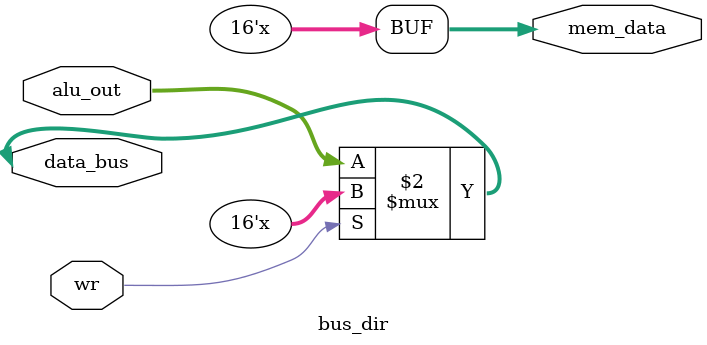
<source format=v>

module bus_dir(
        input wire wr,
        inout reg [15:0] data_bus,
        input wire [15:0] alu_out,
        output reg [15:0] mem_data
    );





    always @(*) begin
        case(wr)
            1'b1 : begin
                mem_data <= data_bus;
            end
            1'b0 : begin
                data_bus <= alu_out;
            end
        endcase
    end


endmodule

</source>
